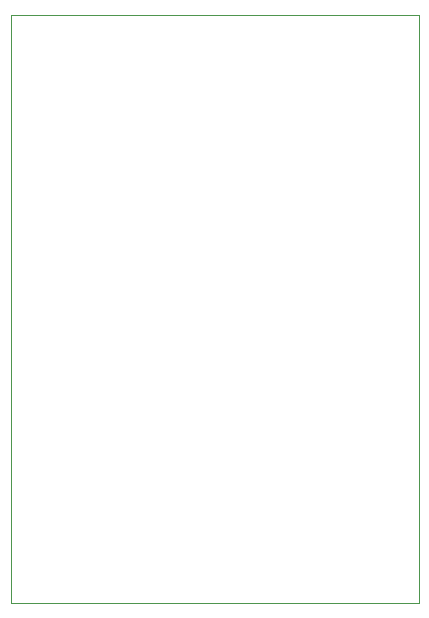
<source format=gbr>
G04 #@! TF.GenerationSoftware,KiCad,Pcbnew,(5.1.4)-1*
G04 #@! TF.CreationDate,2019-12-12T19:58:15+09:00*
G04 #@! TF.ProjectId,microcar_head,6d696372-6f63-4617-925f-686561642e6b,rev?*
G04 #@! TF.SameCoordinates,Original*
G04 #@! TF.FileFunction,Profile,NP*
%FSLAX46Y46*%
G04 Gerber Fmt 4.6, Leading zero omitted, Abs format (unit mm)*
G04 Created by KiCad (PCBNEW (5.1.4)-1) date 2019-12-12 19:58:15*
%MOMM*%
%LPD*%
G04 APERTURE LIST*
%ADD10C,0.050000*%
G04 APERTURE END LIST*
D10*
X19050000Y-16256000D02*
X53543000Y-16256000D01*
X53543000Y-16256000D02*
X53543000Y-66040000D01*
X18974000Y-66040000D02*
X53543000Y-66040000D01*
X19050000Y-16256000D02*
X18974000Y-66040000D01*
M02*

</source>
